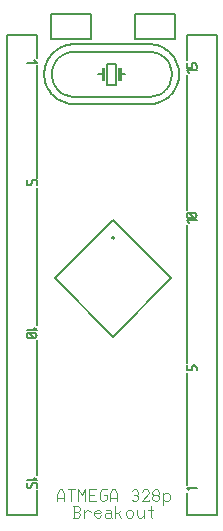
<source format=gbr>
G04 Generated by Ultiboard 14.1 *
%FSLAX24Y24*%
%MOIN*%

%ADD10C,0.0001*%
%ADD11C,0.0037*%
%ADD12C,0.0080*%


G04 ColorRGB FFFF00 for the following layer *
%LNSilkscreen Top*%
%LPD*%
G54D10*
G54D11*
X1939Y967D02*
X1939Y1203D01*
X2018Y1361D01*
X2096Y1361D01*
X2174Y1203D01*
X2174Y967D01*
X1939Y1085D02*
X2174Y1085D01*
X2410Y967D02*
X2410Y1361D01*
X2292Y1361D02*
X2527Y1361D01*
X2645Y967D02*
X2645Y1361D01*
X2762Y1164D01*
X2880Y1361D01*
X2880Y967D01*
X3233Y967D02*
X2997Y967D01*
X2997Y1164D01*
X2997Y1361D01*
X3233Y1361D01*
X2997Y1164D02*
X3154Y1164D01*
X3507Y1164D02*
X3585Y1164D01*
X3585Y1046D01*
X3507Y967D01*
X3429Y967D01*
X3350Y1046D01*
X3350Y1282D01*
X3429Y1361D01*
X3585Y1361D01*
X3703Y967D02*
X3703Y1203D01*
X3781Y1361D01*
X3860Y1361D01*
X3938Y1203D01*
X3938Y967D01*
X3703Y1085D02*
X3938Y1085D01*
X4448Y1321D02*
X4487Y1361D01*
X4565Y1361D01*
X4644Y1282D01*
X4644Y1203D01*
X4604Y1164D01*
X4644Y1124D01*
X4644Y1046D01*
X4565Y967D01*
X4487Y967D01*
X4448Y1006D01*
X4487Y1164D02*
X4604Y1164D01*
X4761Y1282D02*
X4840Y1361D01*
X4918Y1361D01*
X4996Y1282D01*
X4996Y1243D01*
X4761Y967D01*
X4996Y967D01*
X4996Y1006D01*
X5271Y967D02*
X5192Y967D01*
X5114Y1046D01*
X5114Y1124D01*
X5153Y1164D01*
X5114Y1203D01*
X5114Y1282D01*
X5192Y1361D01*
X5271Y1361D01*
X5349Y1282D01*
X5349Y1203D01*
X5310Y1164D01*
X5349Y1124D01*
X5349Y1046D01*
X5271Y967D01*
X5153Y1164D02*
X5310Y1164D01*
X5467Y1046D02*
X5545Y967D01*
X5624Y967D01*
X5702Y1046D01*
X5702Y1164D01*
X5624Y1243D01*
X5545Y1243D01*
X5467Y1164D01*
X5467Y849D02*
X5467Y1243D01*
X2468Y416D02*
X2625Y416D01*
X2703Y494D01*
X2703Y534D01*
X2625Y613D01*
X2703Y691D01*
X2703Y731D01*
X2625Y809D01*
X2508Y809D01*
X2468Y809D01*
X2508Y613D02*
X2625Y613D01*
X2508Y809D02*
X2508Y416D01*
X2821Y573D02*
X2939Y691D01*
X2978Y691D01*
X3056Y613D01*
X2821Y416D02*
X2821Y691D01*
X3409Y494D02*
X3331Y416D01*
X3252Y416D01*
X3174Y494D01*
X3174Y613D01*
X3252Y691D01*
X3331Y691D01*
X3409Y613D01*
X3370Y573D01*
X3174Y573D01*
X3566Y691D02*
X3683Y691D01*
X3723Y652D01*
X3723Y455D01*
X3683Y416D01*
X3566Y416D01*
X3527Y455D01*
X3527Y534D01*
X3566Y573D01*
X3723Y573D01*
X3723Y455D02*
X3762Y416D01*
X3879Y573D02*
X3958Y573D01*
X4075Y691D01*
X3958Y573D02*
X4075Y416D01*
X3879Y416D02*
X3879Y809D01*
X4232Y494D02*
X4310Y416D01*
X4389Y416D01*
X4467Y494D01*
X4467Y613D01*
X4389Y691D01*
X4310Y691D01*
X4232Y613D01*
X4232Y494D01*
X4585Y691D02*
X4585Y494D01*
X4663Y416D01*
X4742Y416D01*
X4820Y494D01*
X4820Y691D01*
X4820Y494D02*
X4820Y416D01*
X5134Y455D02*
X5094Y416D01*
X5055Y455D01*
X5055Y809D01*
X4977Y691D02*
X5134Y691D01*
G54D12*
X3800Y10349D02*
X5749Y8400D01*
X3800Y6451D01*
X1851Y8400D01*
X3800Y10349D01*
X3751Y9758D02*
G75*
D01*
G02X3751Y9758I49J0*
G01*
X7250Y16500D02*
X7250Y500D01*
X6250Y10667D02*
X6250Y15167D01*
X6250Y1500D02*
X6250Y5250D01*
X7250Y500D02*
X6250Y500D01*
X6250Y1417D02*
X6583Y1417D01*
X6333Y1333D02*
X6250Y1417D01*
X6250Y500D02*
X6250Y1250D01*
X6250Y5583D02*
X6250Y10167D01*
X6417Y5333D02*
X6250Y5333D01*
X6583Y5417D02*
X6583Y5424D01*
X6582Y5431D01*
X6580Y5438D01*
X6578Y5445D01*
X6576Y5452D01*
X6572Y5458D01*
X6568Y5464D01*
X6564Y5470D01*
X6559Y5476D01*
X6554Y5480D01*
X6548Y5485D01*
X6542Y5489D01*
X6535Y5492D01*
X6529Y5495D01*
X6522Y5497D01*
X6514Y5499D01*
X6507Y5500D01*
X6500Y5500D01*
X6493Y5500D01*
X6486Y5499D01*
X6478Y5497D01*
X6471Y5495D01*
X6465Y5492D01*
X6458Y5489D01*
X6452Y5485D01*
X6446Y5480D01*
X6441Y5476D01*
X6436Y5470D01*
X6432Y5464D01*
X6428Y5458D01*
X6424Y5452D01*
X6422Y5445D01*
X6420Y5438D01*
X6418Y5431D01*
X6417Y5424D01*
X6417Y5417D01*
X6583Y5333D02*
X6583Y5417D01*
X6417Y5333D02*
X6417Y5417D01*
X6250Y5333D02*
X6250Y5500D01*
X6333Y10583D02*
X6326Y10583D01*
X6319Y10582D01*
X6312Y10580D01*
X6305Y10578D01*
X6298Y10576D01*
X6292Y10572D01*
X6286Y10568D01*
X6280Y10564D01*
X6274Y10559D01*
X6270Y10554D01*
X6265Y10548D01*
X6261Y10542D01*
X6258Y10535D01*
X6255Y10529D01*
X6253Y10522D01*
X6251Y10514D01*
X6250Y10507D01*
X6250Y10500D01*
X6250Y10493D01*
X6251Y10486D01*
X6253Y10478D01*
X6255Y10471D01*
X6258Y10465D01*
X6261Y10458D01*
X6265Y10452D01*
X6270Y10446D01*
X6274Y10441D01*
X6280Y10436D01*
X6286Y10432D01*
X6292Y10428D01*
X6298Y10424D01*
X6305Y10422D01*
X6312Y10420D01*
X6319Y10418D01*
X6326Y10417D01*
X6333Y10417D01*
X6333Y10583D02*
X6500Y10417D01*
X6333Y10583D02*
X6500Y10583D01*
X6583Y10333D02*
X6250Y10333D01*
X6500Y10417D02*
X6333Y10417D01*
X6250Y10333D02*
X6333Y10250D01*
X6500Y10417D02*
X6507Y10417D01*
X6514Y10418D01*
X6522Y10420D01*
X6529Y10422D01*
X6535Y10424D01*
X6542Y10428D01*
X6548Y10432D01*
X6554Y10436D01*
X6559Y10441D01*
X6564Y10446D01*
X6568Y10452D01*
X6572Y10458D01*
X6576Y10465D01*
X6578Y10471D01*
X6580Y10478D01*
X6582Y10486D01*
X6583Y10493D01*
X6583Y10500D01*
X6583Y10507D01*
X6582Y10514D01*
X6580Y10522D01*
X6578Y10529D01*
X6576Y10535D01*
X6572Y10542D01*
X6568Y10548D01*
X6564Y10554D01*
X6559Y10559D01*
X6554Y10564D01*
X6548Y10568D01*
X6542Y10572D01*
X6535Y10576D01*
X6529Y10578D01*
X6522Y10580D01*
X6514Y10582D01*
X6507Y10583D01*
X6500Y10583D01*
X6250Y16500D02*
X7250Y16500D01*
X6583Y15333D02*
X6250Y15333D01*
X6333Y15250D01*
X6417Y15417D02*
X6250Y15417D01*
X6583Y15500D02*
X6583Y15507D01*
X6582Y15514D01*
X6580Y15522D01*
X6578Y15529D01*
X6576Y15535D01*
X6572Y15542D01*
X6568Y15548D01*
X6564Y15554D01*
X6559Y15559D01*
X6554Y15564D01*
X6548Y15568D01*
X6542Y15572D01*
X6535Y15576D01*
X6529Y15578D01*
X6522Y15580D01*
X6514Y15582D01*
X6507Y15583D01*
X6500Y15583D01*
X6493Y15583D01*
X6486Y15582D01*
X6478Y15580D01*
X6471Y15578D01*
X6465Y15576D01*
X6458Y15572D01*
X6452Y15568D01*
X6446Y15564D01*
X6441Y15559D01*
X6436Y15554D01*
X6432Y15548D01*
X6428Y15542D01*
X6424Y15535D01*
X6422Y15529D01*
X6420Y15522D01*
X6418Y15514D01*
X6417Y15507D01*
X6417Y15500D01*
X6583Y15417D02*
X6583Y15500D01*
X6417Y15417D02*
X6417Y15500D01*
X6250Y15667D02*
X6250Y16500D01*
X6250Y15417D02*
X6250Y15583D01*
X250Y500D02*
X250Y16500D01*
X1250Y6333D02*
X1250Y1833D01*
X1250Y15500D02*
X1250Y11750D01*
X250Y16500D02*
X1250Y16500D01*
X1250Y15583D02*
X917Y15583D01*
X1167Y15667D02*
X1250Y15583D01*
X1250Y16500D02*
X1250Y15750D01*
X1250Y11417D02*
X1250Y6833D01*
X1083Y11667D02*
X1250Y11667D01*
X917Y11583D02*
X917Y11576D01*
X918Y11569D01*
X920Y11562D01*
X922Y11555D01*
X924Y11548D01*
X928Y11542D01*
X932Y11536D01*
X936Y11530D01*
X941Y11524D01*
X946Y11520D01*
X952Y11515D01*
X958Y11511D01*
X965Y11508D01*
X971Y11505D01*
X978Y11503D01*
X986Y11501D01*
X993Y11500D01*
X1000Y11500D01*
X1007Y11500D01*
X1014Y11501D01*
X1022Y11503D01*
X1029Y11505D01*
X1035Y11508D01*
X1042Y11511D01*
X1048Y11515D01*
X1054Y11520D01*
X1059Y11524D01*
X1064Y11530D01*
X1068Y11536D01*
X1072Y11542D01*
X1076Y11548D01*
X1078Y11555D01*
X1080Y11562D01*
X1082Y11569D01*
X1083Y11576D01*
X1083Y11583D01*
X917Y11667D02*
X917Y11583D01*
X1083Y11667D02*
X1083Y11583D01*
X1250Y11667D02*
X1250Y11500D01*
X1167Y6417D02*
X1174Y6417D01*
X1181Y6418D01*
X1188Y6420D01*
X1195Y6422D01*
X1202Y6424D01*
X1208Y6428D01*
X1214Y6432D01*
X1220Y6436D01*
X1226Y6441D01*
X1230Y6446D01*
X1235Y6452D01*
X1239Y6458D01*
X1242Y6465D01*
X1245Y6471D01*
X1247Y6478D01*
X1249Y6486D01*
X1250Y6493D01*
X1250Y6500D01*
X1250Y6507D01*
X1249Y6514D01*
X1247Y6522D01*
X1245Y6529D01*
X1242Y6535D01*
X1239Y6542D01*
X1235Y6548D01*
X1230Y6554D01*
X1226Y6559D01*
X1220Y6564D01*
X1214Y6568D01*
X1208Y6572D01*
X1202Y6576D01*
X1195Y6578D01*
X1188Y6580D01*
X1181Y6582D01*
X1174Y6583D01*
X1167Y6583D01*
X1167Y6417D02*
X1000Y6583D01*
X1167Y6417D02*
X1000Y6417D01*
X917Y6667D02*
X1250Y6667D01*
X1000Y6583D02*
X1167Y6583D01*
X1250Y6667D02*
X1167Y6750D01*
X1000Y6583D02*
X993Y6583D01*
X986Y6582D01*
X978Y6580D01*
X971Y6578D01*
X965Y6576D01*
X958Y6572D01*
X952Y6568D01*
X946Y6564D01*
X941Y6559D01*
X936Y6554D01*
X932Y6548D01*
X928Y6542D01*
X924Y6535D01*
X922Y6529D01*
X920Y6522D01*
X918Y6514D01*
X917Y6507D01*
X917Y6500D01*
X917Y6493D01*
X918Y6486D01*
X920Y6478D01*
X922Y6471D01*
X924Y6465D01*
X928Y6458D01*
X932Y6452D01*
X936Y6446D01*
X941Y6441D01*
X946Y6436D01*
X952Y6432D01*
X958Y6428D01*
X965Y6424D01*
X971Y6422D01*
X978Y6420D01*
X986Y6418D01*
X993Y6417D01*
X1000Y6417D01*
X1000Y6417D01*
X1250Y500D02*
X250Y500D01*
X917Y1667D02*
X1250Y1667D01*
X1167Y1750D01*
X1083Y1583D02*
X1250Y1583D01*
X917Y1500D02*
X917Y1493D01*
X918Y1486D01*
X920Y1478D01*
X922Y1471D01*
X924Y1465D01*
X928Y1458D01*
X932Y1452D01*
X936Y1446D01*
X941Y1441D01*
X946Y1436D01*
X952Y1432D01*
X958Y1428D01*
X965Y1424D01*
X971Y1422D01*
X978Y1420D01*
X986Y1418D01*
X993Y1417D01*
X1000Y1417D01*
X1007Y1417D01*
X1014Y1418D01*
X1022Y1420D01*
X1029Y1422D01*
X1035Y1424D01*
X1042Y1428D01*
X1048Y1432D01*
X1054Y1436D01*
X1059Y1441D01*
X1064Y1446D01*
X1068Y1452D01*
X1072Y1458D01*
X1076Y1465D01*
X1078Y1471D01*
X1080Y1478D01*
X1082Y1486D01*
X1083Y1493D01*
X1083Y1500D01*
X1083Y1500D01*
X917Y1583D02*
X917Y1500D01*
X1083Y1583D02*
X1083Y1500D01*
X1250Y1333D02*
X1250Y500D01*
X1250Y1583D02*
X1250Y1417D01*
X2508Y14200D02*
X5008Y14200D01*
X2508Y14450D02*
X5008Y14450D01*
X2508Y15950D02*
X5008Y15950D01*
X2508Y16200D02*
X5008Y16200D01*
X3608Y14850D02*
X3908Y14850D01*
X3908Y15550D02*
X3608Y15550D01*
X2508Y16200D02*
X2421Y16196D01*
X2335Y16185D01*
X2250Y16166D01*
X2166Y16140D01*
X2086Y16106D01*
X2008Y16066D01*
X1935Y16019D01*
X1866Y15966D01*
X1801Y15907D01*
X1742Y15843D01*
X1689Y15774D01*
X1642Y15700D01*
X1602Y15623D01*
X1569Y15542D01*
X1542Y15459D01*
X1524Y15374D01*
X1512Y15287D01*
X1508Y15200D01*
X1512Y15113D01*
X1524Y15026D01*
X1542Y14941D01*
X1569Y14858D01*
X1602Y14777D01*
X1642Y14700D01*
X1689Y14626D01*
X1742Y14557D01*
X1801Y14493D01*
X1866Y14434D01*
X1935Y14381D01*
X2008Y14334D01*
X2086Y14294D01*
X2166Y14260D01*
X2250Y14234D01*
X2335Y14215D01*
X2421Y14204D01*
X2508Y14200D01*
X2508Y14200D01*
X2508Y15950D02*
X2443Y15947D01*
X2378Y15939D01*
X2314Y15924D01*
X2252Y15905D01*
X2191Y15880D01*
X2133Y15850D01*
X2078Y15814D01*
X2026Y15775D01*
X1978Y15730D01*
X1934Y15682D01*
X1894Y15630D01*
X1859Y15575D01*
X1829Y15517D01*
X1804Y15457D01*
X1784Y15394D01*
X1770Y15330D01*
X1761Y15265D01*
X1758Y15200D01*
X1761Y15135D01*
X1770Y15070D01*
X1784Y15006D01*
X1804Y14943D01*
X1829Y14883D01*
X1859Y14825D01*
X1894Y14770D01*
X1934Y14718D01*
X1978Y14670D01*
X2026Y14625D01*
X2078Y14586D01*
X2133Y14550D01*
X2191Y14520D01*
X2252Y14495D01*
X2314Y14476D01*
X2378Y14461D01*
X2443Y14453D01*
X2508Y14450D01*
X2508Y14450D01*
X3608Y15550D02*
X3608Y14850D01*
X3508Y15000D02*
X3508Y15400D01*
X3458Y15400D02*
X3458Y15000D01*
X3458Y15200D02*
X3308Y15200D01*
X5008Y14200D02*
X5096Y14204D01*
X5182Y14215D01*
X5267Y14234D01*
X5350Y14260D01*
X5431Y14294D01*
X5508Y14334D01*
X5582Y14381D01*
X5651Y14434D01*
X5715Y14493D01*
X5774Y14557D01*
X5827Y14626D01*
X5874Y14700D01*
X5915Y14777D01*
X5948Y14858D01*
X5974Y14941D01*
X5993Y15026D01*
X6005Y15113D01*
X6008Y15200D01*
X6005Y15287D01*
X5993Y15374D01*
X5974Y15459D01*
X5948Y15542D01*
X5915Y15623D01*
X5874Y15700D01*
X5827Y15774D01*
X5774Y15843D01*
X5715Y15907D01*
X5651Y15966D01*
X5582Y16019D01*
X5508Y16066D01*
X5431Y16106D01*
X5350Y16140D01*
X5267Y16166D01*
X5182Y16185D01*
X5096Y16196D01*
X5008Y16200D01*
X5008Y14450D02*
X5074Y14453D01*
X5139Y14461D01*
X5202Y14476D01*
X5265Y14495D01*
X5325Y14520D01*
X5383Y14550D01*
X5439Y14586D01*
X5490Y14625D01*
X5539Y14670D01*
X5583Y14718D01*
X5623Y14770D01*
X5658Y14825D01*
X5688Y14883D01*
X5713Y14943D01*
X5733Y15006D01*
X5747Y15070D01*
X5755Y15135D01*
X5758Y15200D01*
X5755Y15265D01*
X5747Y15330D01*
X5733Y15394D01*
X5713Y15457D01*
X5688Y15517D01*
X5658Y15575D01*
X5623Y15630D01*
X5583Y15682D01*
X5539Y15730D01*
X5490Y15775D01*
X5439Y15814D01*
X5383Y15850D01*
X5325Y15880D01*
X5265Y15905D01*
X5202Y15924D01*
X5139Y15939D01*
X5074Y15947D01*
X5008Y15950D01*
X3908Y15550D02*
X3908Y14850D01*
X4008Y15400D02*
X4008Y15000D01*
X4058Y15400D02*
X4058Y15000D01*
X4058Y15200D02*
X4208Y15200D01*
X3067Y16383D02*
X1733Y16383D01*
X1733Y17217D02*
X3067Y17217D01*
X1733Y16383D02*
X1733Y17217D01*
X3067Y17217D02*
X3067Y16383D01*
X4533Y17217D02*
X5867Y17217D01*
X5867Y16383D02*
X4533Y16383D01*
X5867Y17217D02*
X5867Y16383D01*
X4533Y16383D02*
X4533Y17217D01*

M02*

</source>
